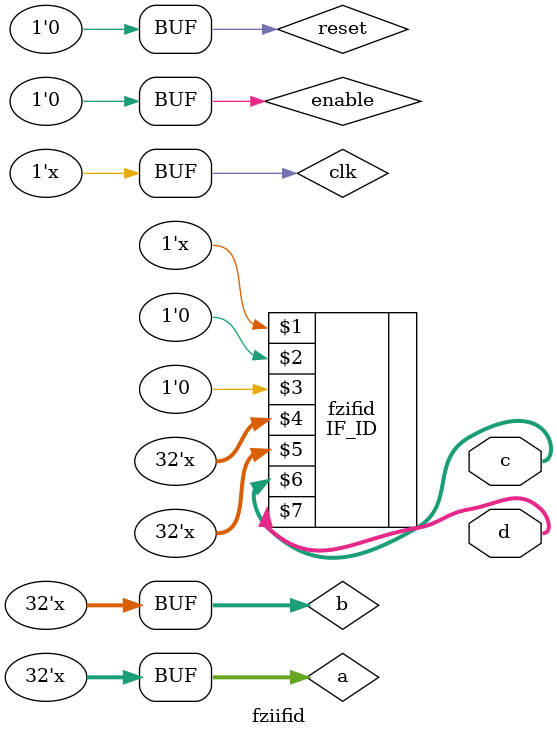
<source format=v>
module fziifid(
  output wire [31:0] c,
  output wire [31:0] d
    );
    reg clk,reset,enable;
    reg [31:0] a;
    reg [31:0] b;
    initial begin
        clk<=0;
        reset<=0;
        enable<=0;
        a<=0;
        b<=0;
     end
    always@(*)begin
        #1 clk<=~clk;
       // #1 change<=~change;;
        #2 a<=a+1;b=b+2;
    end
    IF_ID fzifid(clk,reset,enable,a,b,c,d);
endmodule

</source>
